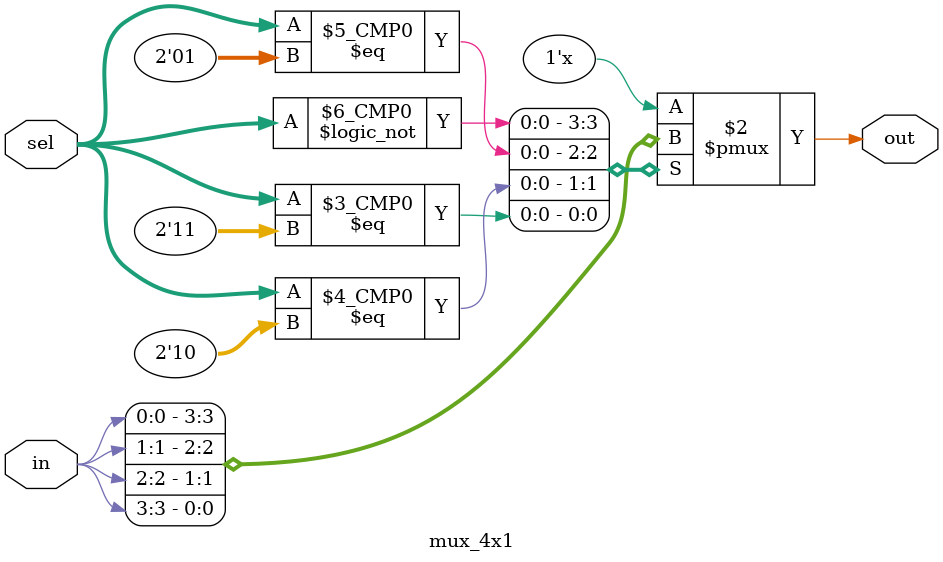
<source format=v>
module mux_4x1(
  input  [3:0] in,
  input [1:0]sel,
  output reg out);
  
  always@(*)begin
    case(sel)
      2'b00:out=in[0];
      2'b01:out=in[1];
      2'b10:out=in[2];
      2'b11:out=in[3];
      default:out=1'bX;
    endcase
  end
endmodule
</source>
